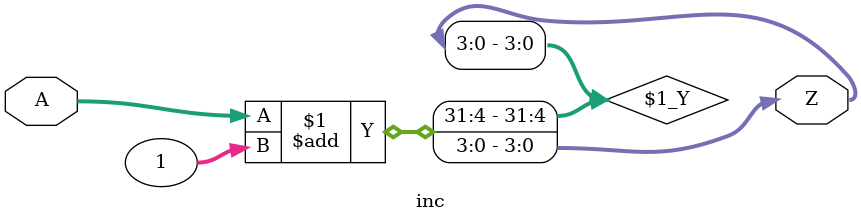
<source format=v>
`timescale 1ns / 1ps


module inc(input [3:0] A, output [3:0] Z);
assign Z=A+1;
endmodule

</source>
